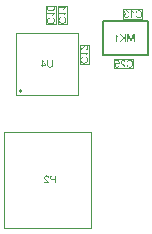
<source format=gbr>
%TF.GenerationSoftware,Altium Limited,Altium Designer,20.1.11 (218)*%
G04 Layer_Color=16711935*
%FSLAX26Y26*%
%MOIN*%
%TF.SameCoordinates,F1652399-7491-40A6-9504-01A14B245E9D*%
%TF.FilePolarity,Positive*%
%TF.FileFunction,Other,AssemBOT*%
%TF.Part,Single*%
G01*
G75*
%TA.AperFunction,NonConductor*%
%ADD79C,0.007874*%
%ADD80C,0.003937*%
%ADD123C,0.001968*%
G36*
X649066Y760679D02*
X649467Y760097D01*
X649940Y759514D01*
X650377Y759005D01*
X650814Y758568D01*
X651141Y758204D01*
X651287Y758095D01*
X651396Y757986D01*
X651432Y757949D01*
X651469Y757913D01*
X652233Y757294D01*
X652998Y756712D01*
X653726Y756202D01*
X654454Y755802D01*
X655072Y755438D01*
X655327Y755292D01*
X655546Y755183D01*
X655728Y755074D01*
X655873Y755037D01*
X655946Y754964D01*
X655982D01*
Y751980D01*
X655436Y752198D01*
X654890Y752453D01*
X654344Y752708D01*
X653835Y752962D01*
X653398Y753181D01*
X653034Y753363D01*
X652816Y753508D01*
X652779Y753545D01*
X652743D01*
X652088Y753945D01*
X651505Y754346D01*
X650996Y754710D01*
X650595Y755037D01*
X650231Y755292D01*
X650013Y755510D01*
X649831Y755656D01*
X649794Y755692D01*
Y736000D01*
X646700D01*
Y761298D01*
X648702D01*
X649066Y760679D01*
D02*
G37*
G36*
X680698Y736000D02*
X677349D01*
Y744736D01*
X673236Y748704D01*
X664282Y736000D01*
X659877D01*
X670906Y750960D01*
X660350Y761189D01*
X664900D01*
X677349Y748667D01*
Y761189D01*
X680698D01*
Y736000D01*
D02*
G37*
G36*
X710000D02*
X706797D01*
Y757440D01*
X699517Y736000D01*
X696532D01*
X689179Y757076D01*
Y736000D01*
X685976D01*
Y761189D01*
X690453D01*
X696496Y743644D01*
X696823Y742698D01*
X697078Y741897D01*
X697333Y741205D01*
X697515Y740623D01*
X697660Y740186D01*
X697770Y739858D01*
X697806Y739676D01*
X697842Y739604D01*
X697988Y740113D01*
X698170Y740696D01*
X698388Y741314D01*
X698570Y741933D01*
X698752Y742479D01*
X698898Y742916D01*
X698971Y743098D01*
X699007Y743207D01*
X699044Y743280D01*
Y743316D01*
X705013Y761189D01*
X710000D01*
Y736000D01*
D02*
G37*
G36*
X437999Y661872D02*
Y661144D01*
X437963Y660452D01*
X437926Y659797D01*
X437854Y659178D01*
X437781Y658632D01*
X437708Y658123D01*
X437599Y657650D01*
X437526Y657213D01*
X437453Y656812D01*
X437344Y656485D01*
X437271Y656194D01*
X437198Y655975D01*
X437126Y655793D01*
X437089Y655648D01*
X437053Y655575D01*
Y655538D01*
X436652Y654738D01*
X436143Y654010D01*
X435633Y653427D01*
X435087Y652918D01*
X434614Y652517D01*
X434214Y652226D01*
X434068Y652153D01*
X433959Y652080D01*
X433886Y652008D01*
X433850D01*
X432940Y651607D01*
X431993Y651316D01*
X431010Y651098D01*
X430100Y650952D01*
X429700Y650916D01*
X429300Y650879D01*
X428936Y650843D01*
X428644D01*
X428390Y650806D01*
X428062D01*
X426752Y650879D01*
X426169Y650952D01*
X425623Y651025D01*
X425077Y651134D01*
X424604Y651243D01*
X424167Y651352D01*
X423767Y651498D01*
X423403Y651644D01*
X423112Y651753D01*
X422820Y651862D01*
X422602Y651971D01*
X422420Y652080D01*
X422311Y652117D01*
X422238Y652190D01*
X422202D01*
X421401Y652736D01*
X420746Y653354D01*
X420236Y653937D01*
X419799Y654519D01*
X419472Y655029D01*
X419253Y655429D01*
X419180Y655575D01*
X419108Y655684D01*
X419071Y655757D01*
Y655793D01*
X418926Y656230D01*
X418780Y656703D01*
X418562Y657686D01*
X418416Y658705D01*
X418307Y659688D01*
X418270Y660125D01*
X418234Y660562D01*
Y660926D01*
X418198Y661253D01*
Y661508D01*
Y661690D01*
Y661836D01*
Y661872D01*
Y676432D01*
X421546D01*
Y661872D01*
Y661035D01*
X421619Y660234D01*
X421692Y659542D01*
X421801Y658887D01*
X421910Y658305D01*
X422056Y657759D01*
X422165Y657286D01*
X422311Y656885D01*
X422456Y656558D01*
X422602Y656230D01*
X422748Y656012D01*
X422857Y655793D01*
X422966Y655648D01*
X423039Y655538D01*
X423075Y655502D01*
X423112Y655466D01*
X423439Y655174D01*
X423803Y654920D01*
X424604Y654519D01*
X425441Y654228D01*
X426315Y654046D01*
X427116Y653900D01*
X427443Y653864D01*
X427771D01*
X427989Y653828D01*
X428353D01*
X429118Y653864D01*
X429809Y653973D01*
X430464Y654082D01*
X430974Y654264D01*
X431411Y654410D01*
X431738Y654519D01*
X431920Y654628D01*
X431993Y654665D01*
X432503Y654992D01*
X432940Y655393D01*
X433304Y655793D01*
X433558Y656157D01*
X433777Y656521D01*
X433959Y656776D01*
X434032Y656958D01*
X434068Y657031D01*
X434177Y657358D01*
X434250Y657686D01*
X434396Y658450D01*
X434505Y659251D01*
X434578Y660052D01*
X434614Y660744D01*
Y661071D01*
X434650Y661326D01*
Y661544D01*
Y661726D01*
Y661836D01*
Y661872D01*
Y676432D01*
X437999D01*
Y661872D01*
D02*
G37*
G36*
X414958Y660125D02*
Y657286D01*
X404002D01*
Y651243D01*
X400908D01*
Y657286D01*
X397486D01*
Y660125D01*
X400908D01*
Y676432D01*
X403419D01*
X414958Y660125D01*
D02*
G37*
G36*
X481874Y851282D02*
X481255Y850918D01*
X480672Y850518D01*
X480090Y850045D01*
X479580Y849608D01*
X479144Y849171D01*
X478780Y848843D01*
X478670Y848698D01*
X478561Y848589D01*
X478525Y848552D01*
X478488Y848516D01*
X477870Y847751D01*
X477287Y846987D01*
X476778Y846259D01*
X476377Y845531D01*
X476013Y844912D01*
X475868Y844657D01*
X475758Y844439D01*
X475649Y844257D01*
X475613Y844111D01*
X475540Y844039D01*
Y844002D01*
X472555D01*
X472774Y844548D01*
X473028Y845094D01*
X473283Y845640D01*
X473538Y846150D01*
X473756Y846587D01*
X473938Y846951D01*
X474084Y847169D01*
X474120Y847205D01*
Y847242D01*
X474521Y847897D01*
X474921Y848479D01*
X475285Y848989D01*
X475613Y849389D01*
X475868Y849753D01*
X476086Y849972D01*
X476232Y850154D01*
X476268Y850190D01*
X456576D01*
Y853284D01*
X481874D01*
Y851282D01*
D02*
G37*
G36*
Y831699D02*
X481255Y831335D01*
X480672Y830935D01*
X480090Y830461D01*
X479580Y830025D01*
X479144Y829588D01*
X478780Y829260D01*
X478670Y829115D01*
X478561Y829005D01*
X478525Y828969D01*
X478488Y828933D01*
X477870Y828168D01*
X477287Y827404D01*
X476778Y826676D01*
X476377Y825948D01*
X476013Y825329D01*
X475868Y825074D01*
X475758Y824856D01*
X475649Y824674D01*
X475613Y824528D01*
X475540Y824455D01*
Y824419D01*
X472555D01*
X472774Y824965D01*
X473028Y825511D01*
X473283Y826057D01*
X473538Y826567D01*
X473756Y827003D01*
X473938Y827367D01*
X474084Y827586D01*
X474120Y827622D01*
Y827659D01*
X474521Y828314D01*
X474921Y828896D01*
X475285Y829406D01*
X475613Y829806D01*
X475868Y830170D01*
X476086Y830389D01*
X476232Y830571D01*
X476268Y830607D01*
X456576D01*
Y833701D01*
X481874D01*
Y831699D01*
D02*
G37*
G36*
X465384Y815865D02*
X464802Y815719D01*
X464256Y815537D01*
X463746Y815355D01*
X463273Y815173D01*
X462836Y814955D01*
X462472Y814737D01*
X462108Y814482D01*
X461781Y814263D01*
X461490Y814081D01*
X461271Y813863D01*
X461053Y813681D01*
X460871Y813535D01*
X460762Y813390D01*
X460652Y813281D01*
X460616Y813244D01*
X460580Y813208D01*
X460288Y812844D01*
X460070Y812443D01*
X459670Y811643D01*
X459378Y810878D01*
X459196Y810114D01*
X459051Y809459D01*
X459014Y809204D01*
Y808949D01*
X458978Y808731D01*
Y808476D01*
X459014Y807639D01*
X459160Y806838D01*
X459342Y806110D01*
X459560Y805455D01*
X459779Y804945D01*
X459888Y804727D01*
X459961Y804545D01*
X460034Y804399D01*
X460106Y804290D01*
X460143Y804217D01*
Y804181D01*
X460652Y803489D01*
X461198Y802907D01*
X461817Y802397D01*
X462400Y801997D01*
X462909Y801669D01*
X463346Y801451D01*
X463528Y801378D01*
X463637Y801305D01*
X463710Y801269D01*
X463746D01*
X464693Y800977D01*
X465639Y800759D01*
X466586Y800577D01*
X467459Y800468D01*
X467860Y800431D01*
X468224Y800395D01*
X468551D01*
X468806Y800359D01*
X469024D01*
X469206D01*
X469316D01*
X469352D01*
X470298Y800395D01*
X471172Y800468D01*
X471973Y800613D01*
X472701Y800759D01*
X473320Y800868D01*
X473574Y800941D01*
X473793Y801014D01*
X473975Y801050D01*
X474084Y801087D01*
X474157Y801123D01*
X474193D01*
X475030Y801487D01*
X475795Y801887D01*
X476414Y802324D01*
X476960Y802797D01*
X477396Y803198D01*
X477688Y803525D01*
X477870Y803780D01*
X477942Y803817D01*
Y803853D01*
X478416Y804617D01*
X478780Y805455D01*
X479034Y806255D01*
X479180Y807020D01*
X479289Y807711D01*
X479326Y808003D01*
Y808257D01*
X479362Y808439D01*
Y808731D01*
X479326Y809641D01*
X479180Y810478D01*
X478962Y811169D01*
X478743Y811788D01*
X478488Y812261D01*
X478306Y812625D01*
X478161Y812844D01*
X478088Y812917D01*
X477542Y813499D01*
X476923Y814045D01*
X476268Y814482D01*
X475613Y814846D01*
X475030Y815137D01*
X474739Y815246D01*
X474521Y815319D01*
X474339Y815392D01*
X474193Y815465D01*
X474120Y815501D01*
X474084D01*
X474848Y818777D01*
X475504Y818559D01*
X476086Y818340D01*
X476632Y818049D01*
X477178Y817794D01*
X477651Y817503D01*
X478088Y817175D01*
X478525Y816884D01*
X478889Y816593D01*
X479180Y816302D01*
X479471Y816047D01*
X479726Y815792D01*
X479908Y815610D01*
X480090Y815428D01*
X480199Y815283D01*
X480236Y815210D01*
X480272Y815173D01*
X480600Y814664D01*
X480927Y814154D01*
X481182Y813645D01*
X481400Y813099D01*
X481728Y812007D01*
X481946Y811024D01*
X482056Y810551D01*
X482092Y810150D01*
X482128Y809750D01*
X482165Y809422D01*
X482201Y809167D01*
Y808803D01*
X482128Y807602D01*
X481946Y806437D01*
X481728Y805418D01*
X481582Y804945D01*
X481437Y804508D01*
X481291Y804108D01*
X481146Y803744D01*
X481036Y803453D01*
X480927Y803161D01*
X480818Y802979D01*
X480745Y802834D01*
X480709Y802725D01*
X480672Y802688D01*
X480054Y801705D01*
X479326Y800868D01*
X478598Y800140D01*
X477870Y799521D01*
X477214Y799048D01*
X476923Y798866D01*
X476668Y798721D01*
X476486Y798575D01*
X476341Y798502D01*
X476232Y798466D01*
X476195Y798429D01*
X475067Y797920D01*
X473902Y797556D01*
X472737Y797301D01*
X471682Y797119D01*
X471208Y797046D01*
X470735Y797010D01*
X470371Y796973D01*
X470007D01*
X469752Y796937D01*
X469534D01*
X469388D01*
X469352D01*
X468042Y797010D01*
X466768Y797155D01*
X465639Y797337D01*
X465093Y797483D01*
X464620Y797592D01*
X464183Y797701D01*
X463783Y797847D01*
X463419Y797956D01*
X463128Y798029D01*
X462909Y798138D01*
X462727Y798175D01*
X462618Y798247D01*
X462582D01*
X461490Y798793D01*
X460507Y799412D01*
X459670Y800067D01*
X459342Y800395D01*
X459014Y800686D01*
X458723Y800977D01*
X458468Y801269D01*
X458250Y801523D01*
X458104Y801742D01*
X457959Y801887D01*
X457850Y802033D01*
X457813Y802106D01*
X457777Y802142D01*
X457486Y802652D01*
X457231Y803161D01*
X456830Y804253D01*
X456539Y805345D01*
X456357Y806401D01*
X456284Y806911D01*
X456212Y807347D01*
X456175Y807748D01*
Y808075D01*
X456139Y808367D01*
Y808767D01*
X456175Y809495D01*
X456248Y810187D01*
X456321Y810842D01*
X456466Y811461D01*
X456648Y812043D01*
X456830Y812589D01*
X457012Y813099D01*
X457231Y813572D01*
X457413Y813972D01*
X457595Y814373D01*
X457777Y814664D01*
X457959Y814955D01*
X458104Y815137D01*
X458177Y815319D01*
X458250Y815392D01*
X458286Y815428D01*
X458723Y815938D01*
X459160Y816375D01*
X459670Y816775D01*
X460179Y817175D01*
X461198Y817831D01*
X462218Y818340D01*
X462691Y818559D01*
X463128Y818741D01*
X463528Y818886D01*
X463856Y818995D01*
X464147Y819105D01*
X464365Y819177D01*
X464511Y819214D01*
X464547D01*
X465384Y815865D01*
D02*
G37*
G36*
X432335Y856053D02*
X432917D01*
X433500Y856016D01*
X434009Y855943D01*
X434519Y855907D01*
X434956Y855871D01*
X435356Y855798D01*
X435720Y855761D01*
X436048Y855689D01*
X436302Y855652D01*
X436521Y855616D01*
X436703Y855579D01*
X436812Y855543D01*
X436885Y855507D01*
X436921D01*
X437722Y855288D01*
X438450Y855033D01*
X439069Y854742D01*
X439615Y854524D01*
X440088Y854269D01*
X440416Y854123D01*
X440598Y853978D01*
X440670Y853941D01*
X441216Y853541D01*
X441690Y853141D01*
X442090Y852704D01*
X442454Y852303D01*
X442709Y851939D01*
X442891Y851648D01*
X443000Y851466D01*
X443036Y851430D01*
Y851393D01*
X443328Y850811D01*
X443510Y850192D01*
X443655Y849610D01*
X443764Y849064D01*
X443837Y848591D01*
X443874Y848190D01*
Y847863D01*
X443801Y846880D01*
X443655Y845970D01*
X443400Y845205D01*
X443146Y844550D01*
X442854Y844004D01*
X442745Y843786D01*
X442600Y843604D01*
X442527Y843458D01*
X442454Y843349D01*
X442381Y843313D01*
Y843276D01*
X441799Y842621D01*
X441107Y842075D01*
X440416Y841602D01*
X439760Y841238D01*
X439142Y840947D01*
X438887Y840801D01*
X438632Y840728D01*
X438450Y840655D01*
X438304Y840583D01*
X438232Y840546D01*
X438195D01*
X437649Y840401D01*
X437103Y840255D01*
X435902Y840037D01*
X434701Y839855D01*
X433572Y839745D01*
X433026Y839709D01*
X432553Y839673D01*
X432116D01*
X431716Y839636D01*
X431425D01*
X431170D01*
X431024D01*
X430988D01*
X429714Y839673D01*
X428513Y839745D01*
X427421Y839855D01*
X426402Y840037D01*
X425455Y840219D01*
X424618Y840437D01*
X423854Y840655D01*
X423198Y840874D01*
X422616Y841092D01*
X422106Y841347D01*
X421670Y841529D01*
X421342Y841711D01*
X421051Y841893D01*
X420869Y842002D01*
X420760Y842075D01*
X420723Y842111D01*
X420286Y842512D01*
X419886Y842949D01*
X419522Y843422D01*
X419231Y843895D01*
X418976Y844368D01*
X418758Y844841D01*
X418612Y845315D01*
X418466Y845751D01*
X418357Y846188D01*
X418284Y846589D01*
X418212Y846953D01*
X418175Y847244D01*
X418139Y847499D01*
Y847863D01*
X418212Y848845D01*
X418357Y849755D01*
X418612Y850520D01*
X418867Y851175D01*
X419122Y851721D01*
X419267Y851903D01*
X419376Y852085D01*
X419449Y852231D01*
X419522Y852340D01*
X419595Y852376D01*
Y852413D01*
X420214Y853068D01*
X420869Y853614D01*
X421597Y854087D01*
X422252Y854451D01*
X422871Y854742D01*
X423126Y854888D01*
X423380Y854961D01*
X423562Y855033D01*
X423708Y855106D01*
X423781Y855143D01*
X423817D01*
X424363Y855325D01*
X424909Y855470D01*
X426074Y855689D01*
X427275Y855871D01*
X428440Y855980D01*
X428950Y856016D01*
X429423Y856053D01*
X429860D01*
X430260Y856089D01*
X430551D01*
X430806D01*
X430952D01*
X430988D01*
X431680D01*
X432335Y856053D01*
D02*
G37*
G36*
X443874Y829699D02*
X443255Y829335D01*
X442672Y828935D01*
X442090Y828461D01*
X441580Y828025D01*
X441144Y827588D01*
X440780Y827260D01*
X440670Y827115D01*
X440561Y827005D01*
X440525Y826969D01*
X440488Y826933D01*
X439870Y826168D01*
X439287Y825404D01*
X438778Y824676D01*
X438377Y823948D01*
X438013Y823329D01*
X437868Y823074D01*
X437758Y822856D01*
X437649Y822674D01*
X437613Y822528D01*
X437540Y822455D01*
Y822419D01*
X434555D01*
X434774Y822965D01*
X435028Y823511D01*
X435283Y824057D01*
X435538Y824567D01*
X435756Y825003D01*
X435938Y825367D01*
X436084Y825586D01*
X436120Y825622D01*
Y825659D01*
X436521Y826314D01*
X436921Y826896D01*
X437285Y827406D01*
X437613Y827806D01*
X437868Y828170D01*
X438086Y828389D01*
X438232Y828571D01*
X438268Y828607D01*
X418576D01*
Y831701D01*
X443874D01*
Y829699D01*
D02*
G37*
G36*
X427384Y813865D02*
X426802Y813719D01*
X426256Y813537D01*
X425746Y813355D01*
X425273Y813173D01*
X424836Y812955D01*
X424472Y812737D01*
X424108Y812482D01*
X423781Y812263D01*
X423490Y812081D01*
X423271Y811863D01*
X423053Y811681D01*
X422871Y811535D01*
X422762Y811390D01*
X422652Y811281D01*
X422616Y811244D01*
X422580Y811208D01*
X422288Y810844D01*
X422070Y810443D01*
X421670Y809643D01*
X421378Y808878D01*
X421196Y808114D01*
X421051Y807459D01*
X421014Y807204D01*
Y806949D01*
X420978Y806731D01*
Y806476D01*
X421014Y805639D01*
X421160Y804838D01*
X421342Y804110D01*
X421560Y803455D01*
X421779Y802945D01*
X421888Y802727D01*
X421961Y802545D01*
X422034Y802399D01*
X422106Y802290D01*
X422143Y802217D01*
Y802181D01*
X422652Y801489D01*
X423198Y800907D01*
X423817Y800397D01*
X424400Y799997D01*
X424909Y799669D01*
X425346Y799451D01*
X425528Y799378D01*
X425637Y799305D01*
X425710Y799269D01*
X425746D01*
X426693Y798977D01*
X427639Y798759D01*
X428586Y798577D01*
X429459Y798468D01*
X429860Y798431D01*
X430224Y798395D01*
X430551D01*
X430806Y798359D01*
X431024D01*
X431206D01*
X431316D01*
X431352D01*
X432298Y798395D01*
X433172Y798468D01*
X433973Y798613D01*
X434701Y798759D01*
X435320Y798868D01*
X435574Y798941D01*
X435793Y799014D01*
X435975Y799050D01*
X436084Y799087D01*
X436157Y799123D01*
X436193D01*
X437030Y799487D01*
X437795Y799887D01*
X438414Y800324D01*
X438960Y800797D01*
X439396Y801198D01*
X439688Y801525D01*
X439870Y801780D01*
X439942Y801817D01*
Y801853D01*
X440416Y802617D01*
X440780Y803455D01*
X441034Y804255D01*
X441180Y805020D01*
X441289Y805711D01*
X441326Y806003D01*
Y806257D01*
X441362Y806439D01*
Y806731D01*
X441326Y807641D01*
X441180Y808478D01*
X440962Y809169D01*
X440743Y809788D01*
X440488Y810261D01*
X440306Y810625D01*
X440161Y810844D01*
X440088Y810917D01*
X439542Y811499D01*
X438923Y812045D01*
X438268Y812482D01*
X437613Y812846D01*
X437030Y813137D01*
X436739Y813246D01*
X436521Y813319D01*
X436339Y813392D01*
X436193Y813465D01*
X436120Y813501D01*
X436084D01*
X436848Y816777D01*
X437504Y816559D01*
X438086Y816340D01*
X438632Y816049D01*
X439178Y815794D01*
X439651Y815503D01*
X440088Y815175D01*
X440525Y814884D01*
X440889Y814593D01*
X441180Y814302D01*
X441471Y814047D01*
X441726Y813792D01*
X441908Y813610D01*
X442090Y813428D01*
X442199Y813283D01*
X442236Y813210D01*
X442272Y813173D01*
X442600Y812664D01*
X442927Y812154D01*
X443182Y811645D01*
X443400Y811099D01*
X443728Y810007D01*
X443946Y809024D01*
X444056Y808551D01*
X444092Y808150D01*
X444128Y807750D01*
X444165Y807422D01*
X444201Y807167D01*
Y806803D01*
X444128Y805602D01*
X443946Y804437D01*
X443728Y803418D01*
X443582Y802945D01*
X443437Y802508D01*
X443291Y802108D01*
X443146Y801744D01*
X443036Y801453D01*
X442927Y801161D01*
X442818Y800979D01*
X442745Y800834D01*
X442709Y800725D01*
X442672Y800688D01*
X442054Y799705D01*
X441326Y798868D01*
X440598Y798140D01*
X439870Y797521D01*
X439214Y797048D01*
X438923Y796866D01*
X438668Y796721D01*
X438486Y796575D01*
X438341Y796502D01*
X438232Y796466D01*
X438195Y796429D01*
X437067Y795920D01*
X435902Y795556D01*
X434737Y795301D01*
X433682Y795119D01*
X433208Y795046D01*
X432735Y795010D01*
X432371Y794973D01*
X432007D01*
X431752Y794937D01*
X431534D01*
X431388D01*
X431352D01*
X430042Y795010D01*
X428768Y795155D01*
X427639Y795337D01*
X427093Y795483D01*
X426620Y795592D01*
X426183Y795701D01*
X425783Y795847D01*
X425419Y795956D01*
X425128Y796029D01*
X424909Y796138D01*
X424727Y796175D01*
X424618Y796247D01*
X424582D01*
X423490Y796793D01*
X422507Y797412D01*
X421670Y798067D01*
X421342Y798395D01*
X421014Y798686D01*
X420723Y798977D01*
X420468Y799269D01*
X420250Y799523D01*
X420104Y799742D01*
X419959Y799887D01*
X419850Y800033D01*
X419813Y800106D01*
X419777Y800142D01*
X419486Y800652D01*
X419231Y801161D01*
X418830Y802253D01*
X418539Y803345D01*
X418357Y804401D01*
X418284Y804911D01*
X418212Y805347D01*
X418175Y805748D01*
Y806075D01*
X418139Y806367D01*
Y806767D01*
X418175Y807495D01*
X418248Y808187D01*
X418321Y808842D01*
X418466Y809461D01*
X418648Y810043D01*
X418830Y810589D01*
X419012Y811099D01*
X419231Y811572D01*
X419413Y811972D01*
X419595Y812373D01*
X419777Y812664D01*
X419959Y812955D01*
X420104Y813137D01*
X420177Y813319D01*
X420250Y813392D01*
X420286Y813428D01*
X420723Y813938D01*
X421160Y814375D01*
X421670Y814775D01*
X422179Y815175D01*
X423198Y815831D01*
X424218Y816340D01*
X424691Y816559D01*
X425128Y816741D01*
X425528Y816886D01*
X425856Y816995D01*
X426147Y817105D01*
X426365Y817177D01*
X426511Y817214D01*
X426547D01*
X427384Y813865D01*
D02*
G37*
G36*
X672204Y676262D02*
X672822Y676225D01*
X673405Y676116D01*
X673951Y676007D01*
X674460Y675861D01*
X674934Y675716D01*
X675370Y675534D01*
X675771Y675352D01*
X676135Y675170D01*
X676426Y674988D01*
X676681Y674842D01*
X676899Y674696D01*
X677081Y674587D01*
X677190Y674478D01*
X677263Y674442D01*
X677300Y674405D01*
X677664Y674041D01*
X677991Y673641D01*
X678319Y673204D01*
X678574Y672767D01*
X679010Y671894D01*
X679302Y671020D01*
X679411Y670620D01*
X679520Y670219D01*
X679593Y669892D01*
X679666Y669600D01*
X679702Y669346D01*
Y669164D01*
X679738Y669054D01*
Y669018D01*
X676572Y668690D01*
X676499Y669528D01*
X676353Y670256D01*
X676135Y670911D01*
X675880Y671420D01*
X675662Y671857D01*
X675443Y672148D01*
X675298Y672330D01*
X675225Y672403D01*
X674679Y672840D01*
X674096Y673168D01*
X673478Y673422D01*
X672932Y673568D01*
X672422Y673677D01*
X671985Y673714D01*
X671840Y673750D01*
X671621D01*
X670857Y673714D01*
X670165Y673568D01*
X669583Y673350D01*
X669073Y673131D01*
X668673Y672876D01*
X668418Y672694D01*
X668236Y672549D01*
X668163Y672476D01*
X667726Y671966D01*
X667399Y671457D01*
X667144Y670947D01*
X666998Y670438D01*
X666889Y670037D01*
X666853Y669673D01*
X666816Y669455D01*
Y669418D01*
Y669382D01*
X666889Y668727D01*
X667035Y668035D01*
X667290Y667416D01*
X667544Y666834D01*
X667836Y666361D01*
X668090Y665960D01*
X668163Y665815D01*
X668236Y665706D01*
X668309Y665669D01*
Y665633D01*
X668600Y665232D01*
X668964Y664832D01*
X669364Y664395D01*
X669801Y663958D01*
X670711Y663085D01*
X671621Y662211D01*
X672094Y661811D01*
X672495Y661447D01*
X672895Y661119D01*
X673223Y660828D01*
X673478Y660610D01*
X673696Y660428D01*
X673842Y660318D01*
X673878Y660282D01*
X674788Y659518D01*
X675625Y658790D01*
X676317Y658134D01*
X676863Y657588D01*
X677336Y657115D01*
X677664Y656788D01*
X677846Y656569D01*
X677918Y656533D01*
Y656496D01*
X678428Y655878D01*
X678828Y655295D01*
X679192Y654713D01*
X679484Y654203D01*
X679702Y653766D01*
X679848Y653439D01*
X679920Y653220D01*
X679957Y653184D01*
Y653148D01*
X680102Y652747D01*
X680175Y652383D01*
X680248Y652019D01*
X680284Y651692D01*
X680321Y651400D01*
Y651182D01*
Y651036D01*
Y651000D01*
X663613D01*
Y653985D01*
X676026D01*
X675589Y654604D01*
X675370Y654858D01*
X675188Y655113D01*
X675006Y655332D01*
X674861Y655477D01*
X674752Y655586D01*
X674715Y655623D01*
X674533Y655805D01*
X674315Y655987D01*
X673805Y656460D01*
X673223Y657006D01*
X672604Y657552D01*
X672022Y658025D01*
X671767Y658244D01*
X671548Y658462D01*
X671366Y658608D01*
X671221Y658717D01*
X671148Y658790D01*
X671112Y658826D01*
X670529Y659336D01*
X669947Y659809D01*
X669437Y660282D01*
X668964Y660682D01*
X668527Y661083D01*
X668163Y661447D01*
X667799Y661774D01*
X667508Y662066D01*
X667217Y662357D01*
X666998Y662575D01*
X666816Y662757D01*
X666634Y662939D01*
X666452Y663158D01*
X666380Y663230D01*
X665870Y663849D01*
X665433Y664395D01*
X665069Y664941D01*
X664778Y665378D01*
X664560Y665778D01*
X664414Y666070D01*
X664341Y666252D01*
X664305Y666324D01*
X664086Y666870D01*
X663941Y667416D01*
X663795Y667926D01*
X663722Y668363D01*
X663686Y668763D01*
X663650Y669054D01*
Y669236D01*
Y669309D01*
X663686Y669855D01*
X663759Y670365D01*
X663832Y670874D01*
X663977Y671311D01*
X664341Y672185D01*
X664705Y672876D01*
X664924Y673204D01*
X665106Y673459D01*
X665288Y673714D01*
X665470Y673896D01*
X665615Y674041D01*
X665688Y674187D01*
X665761Y674223D01*
X665797Y674260D01*
X666198Y674624D01*
X666634Y674951D01*
X667108Y675206D01*
X667581Y675424D01*
X668527Y675788D01*
X669474Y676043D01*
X669874Y676116D01*
X670274Y676189D01*
X670638Y676225D01*
X670930Y676262D01*
X671184Y676298D01*
X671548D01*
X672204Y676262D01*
D02*
G37*
G36*
X659755Y662903D02*
X656843Y662502D01*
X656588Y662903D01*
X656260Y663230D01*
X655969Y663558D01*
X655678Y663813D01*
X655387Y663995D01*
X655168Y664177D01*
X655023Y664250D01*
X654986Y664286D01*
X654513Y664504D01*
X654040Y664686D01*
X653603Y664796D01*
X653166Y664905D01*
X652802Y664941D01*
X652511Y664978D01*
X651820D01*
X651383Y664905D01*
X650618Y664723D01*
X649963Y664468D01*
X649381Y664213D01*
X648944Y663922D01*
X648616Y663667D01*
X648434Y663485D01*
X648362Y663449D01*
Y663412D01*
X647852Y662794D01*
X647488Y662138D01*
X647233Y661447D01*
X647051Y660755D01*
X646942Y660173D01*
X646906Y659918D01*
Y659700D01*
X646869Y659518D01*
Y659372D01*
Y659299D01*
Y659263D01*
Y658753D01*
X646942Y658280D01*
X647124Y657370D01*
X647379Y656606D01*
X647634Y655987D01*
X647925Y655477D01*
X648180Y655077D01*
X648289Y654968D01*
X648362Y654858D01*
X648398Y654822D01*
X648434Y654786D01*
X648726Y654494D01*
X649017Y654240D01*
X649672Y653803D01*
X650291Y653512D01*
X650910Y653330D01*
X651419Y653184D01*
X651856Y653148D01*
X652002Y653111D01*
X652220D01*
X652912Y653148D01*
X653530Y653293D01*
X654076Y653475D01*
X654513Y653694D01*
X654914Y653912D01*
X655205Y654094D01*
X655350Y654240D01*
X655423Y654276D01*
X655860Y654786D01*
X656224Y655332D01*
X656515Y655950D01*
X656734Y656496D01*
X656879Y657042D01*
X656988Y657443D01*
X657025Y657625D01*
X657061Y657734D01*
Y657807D01*
Y657843D01*
X660301Y657588D01*
X660228Y657006D01*
X660119Y656460D01*
X659791Y655441D01*
X659391Y654567D01*
X659172Y654167D01*
X658954Y653839D01*
X658772Y653512D01*
X658554Y653220D01*
X658372Y653002D01*
X658190Y652820D01*
X658044Y652674D01*
X657971Y652529D01*
X657898Y652492D01*
X657862Y652456D01*
X657425Y652128D01*
X656988Y651837D01*
X656515Y651582D01*
X656042Y651364D01*
X655132Y651036D01*
X654222Y650818D01*
X653822Y650709D01*
X653421Y650672D01*
X653094Y650636D01*
X652802Y650600D01*
X652548Y650563D01*
X652220D01*
X651456Y650600D01*
X650728Y650709D01*
X650036Y650854D01*
X649417Y651036D01*
X648835Y651291D01*
X648289Y651546D01*
X647779Y651801D01*
X647342Y652092D01*
X646942Y652383D01*
X646578Y652638D01*
X646287Y652929D01*
X646032Y653148D01*
X645850Y653330D01*
X645704Y653475D01*
X645632Y653584D01*
X645595Y653621D01*
X645231Y654094D01*
X644940Y654604D01*
X644649Y655077D01*
X644430Y655586D01*
X644066Y656569D01*
X643848Y657516D01*
X643775Y657916D01*
X643702Y658316D01*
X643666Y658644D01*
X643630Y658935D01*
X643593Y659190D01*
Y659372D01*
Y659481D01*
Y659518D01*
X643630Y660173D01*
X643702Y660792D01*
X643812Y661410D01*
X643957Y661956D01*
X644139Y662466D01*
X644321Y662976D01*
X644540Y663412D01*
X644722Y663813D01*
X644940Y664177D01*
X645158Y664504D01*
X645340Y664759D01*
X645522Y665014D01*
X645668Y665196D01*
X645777Y665305D01*
X645850Y665378D01*
X645886Y665414D01*
X646323Y665815D01*
X646760Y666179D01*
X647233Y666470D01*
X647706Y666725D01*
X648180Y666980D01*
X648653Y667162D01*
X649526Y667416D01*
X649927Y667526D01*
X650291Y667598D01*
X650618Y667635D01*
X650910Y667671D01*
X651128Y667708D01*
X651929D01*
X652366Y667635D01*
X653239Y667453D01*
X654040Y667198D01*
X654768Y666907D01*
X655350Y666616D01*
X655605Y666470D01*
X655824Y666361D01*
X656006Y666252D01*
X656115Y666179D01*
X656188Y666142D01*
X656224Y666106D01*
X654877Y672913D01*
X644794D01*
Y675861D01*
X657316D01*
X659755Y662903D01*
D02*
G37*
G36*
X694335Y676553D02*
X695500Y676371D01*
X696519Y676152D01*
X696992Y676007D01*
X697429Y675861D01*
X697829Y675716D01*
X698193Y675570D01*
X698484Y675461D01*
X698776Y675352D01*
X698958Y675242D01*
X699103Y675170D01*
X699212Y675133D01*
X699249Y675097D01*
X700232Y674478D01*
X701069Y673750D01*
X701797Y673022D01*
X702416Y672294D01*
X702889Y671639D01*
X703071Y671348D01*
X703216Y671093D01*
X703362Y670911D01*
X703435Y670765D01*
X703471Y670656D01*
X703508Y670620D01*
X704017Y669491D01*
X704381Y668326D01*
X704636Y667162D01*
X704818Y666106D01*
X704891Y665633D01*
X704927Y665160D01*
X704964Y664796D01*
Y664432D01*
X705000Y664177D01*
Y663958D01*
Y663813D01*
Y663776D01*
X704927Y662466D01*
X704782Y661192D01*
X704600Y660064D01*
X704454Y659518D01*
X704345Y659044D01*
X704236Y658608D01*
X704090Y658207D01*
X703981Y657843D01*
X703908Y657552D01*
X703799Y657334D01*
X703762Y657152D01*
X703690Y657042D01*
Y657006D01*
X703144Y655914D01*
X702525Y654931D01*
X701870Y654094D01*
X701542Y653766D01*
X701251Y653439D01*
X700960Y653148D01*
X700668Y652893D01*
X700414Y652674D01*
X700195Y652529D01*
X700050Y652383D01*
X699904Y652274D01*
X699831Y652238D01*
X699795Y652201D01*
X699285Y651910D01*
X698776Y651655D01*
X697684Y651255D01*
X696592Y650964D01*
X695536Y650782D01*
X695026Y650709D01*
X694590Y650636D01*
X694189Y650600D01*
X693862D01*
X693570Y650563D01*
X693170D01*
X692442Y650600D01*
X691750Y650672D01*
X691095Y650745D01*
X690476Y650891D01*
X689894Y651073D01*
X689348Y651255D01*
X688838Y651437D01*
X688365Y651655D01*
X687965Y651837D01*
X687564Y652019D01*
X687273Y652201D01*
X686982Y652383D01*
X686800Y652529D01*
X686618Y652602D01*
X686545Y652674D01*
X686509Y652711D01*
X685999Y653148D01*
X685562Y653584D01*
X685162Y654094D01*
X684762Y654604D01*
X684106Y655623D01*
X683597Y656642D01*
X683378Y657115D01*
X683196Y657552D01*
X683051Y657952D01*
X682942Y658280D01*
X682832Y658571D01*
X682760Y658790D01*
X682723Y658935D01*
Y658972D01*
X686072Y659809D01*
X686218Y659226D01*
X686400Y658680D01*
X686582Y658171D01*
X686764Y657698D01*
X686982Y657261D01*
X687200Y656897D01*
X687455Y656533D01*
X687674Y656205D01*
X687856Y655914D01*
X688074Y655696D01*
X688256Y655477D01*
X688402Y655295D01*
X688547Y655186D01*
X688656Y655077D01*
X688693Y655040D01*
X688729Y655004D01*
X689093Y654713D01*
X689494Y654494D01*
X690294Y654094D01*
X691059Y653803D01*
X691823Y653621D01*
X692478Y653475D01*
X692733Y653439D01*
X692988D01*
X693206Y653402D01*
X693461D01*
X694298Y653439D01*
X695099Y653584D01*
X695827Y653766D01*
X696482Y653985D01*
X696992Y654203D01*
X697210Y654312D01*
X697392Y654385D01*
X697538Y654458D01*
X697647Y654531D01*
X697720Y654567D01*
X697756D01*
X698448Y655077D01*
X699030Y655623D01*
X699540Y656242D01*
X699940Y656824D01*
X700268Y657334D01*
X700486Y657770D01*
X700559Y657952D01*
X700632Y658062D01*
X700668Y658134D01*
Y658171D01*
X700960Y659117D01*
X701178Y660064D01*
X701360Y661010D01*
X701469Y661884D01*
X701506Y662284D01*
X701542Y662648D01*
Y662976D01*
X701578Y663230D01*
Y663449D01*
Y663631D01*
Y663740D01*
Y663776D01*
X701542Y664723D01*
X701469Y665596D01*
X701324Y666397D01*
X701178Y667125D01*
X701069Y667744D01*
X700996Y667999D01*
X700923Y668217D01*
X700887Y668399D01*
X700850Y668508D01*
X700814Y668581D01*
Y668618D01*
X700450Y669455D01*
X700050Y670219D01*
X699613Y670838D01*
X699140Y671384D01*
X698739Y671821D01*
X698412Y672112D01*
X698157Y672294D01*
X698120Y672367D01*
X698084D01*
X697320Y672840D01*
X696482Y673204D01*
X695682Y673459D01*
X694917Y673604D01*
X694226Y673714D01*
X693934Y673750D01*
X693680D01*
X693498Y673786D01*
X693206D01*
X692296Y673750D01*
X691459Y673604D01*
X690768Y673386D01*
X690149Y673168D01*
X689676Y672913D01*
X689312Y672731D01*
X689093Y672585D01*
X689020Y672512D01*
X688438Y671966D01*
X687892Y671348D01*
X687455Y670692D01*
X687091Y670037D01*
X686800Y669455D01*
X686691Y669164D01*
X686618Y668945D01*
X686545Y668763D01*
X686472Y668618D01*
X686436Y668545D01*
Y668508D01*
X683160Y669273D01*
X683378Y669928D01*
X683597Y670510D01*
X683888Y671056D01*
X684143Y671602D01*
X684434Y672076D01*
X684762Y672512D01*
X685053Y672949D01*
X685344Y673313D01*
X685635Y673604D01*
X685890Y673896D01*
X686145Y674150D01*
X686327Y674332D01*
X686509Y674514D01*
X686654Y674624D01*
X686727Y674660D01*
X686764Y674696D01*
X687273Y675024D01*
X687783Y675352D01*
X688292Y675606D01*
X688838Y675825D01*
X689930Y676152D01*
X690913Y676371D01*
X691386Y676480D01*
X691787Y676516D01*
X692187Y676553D01*
X692515Y676589D01*
X692770Y676626D01*
X693134D01*
X694335Y676553D01*
D02*
G37*
G36*
X683458Y841225D02*
X684440Y841043D01*
X685278Y840752D01*
X686006Y840461D01*
X686333Y840279D01*
X686588Y840133D01*
X686843Y839988D01*
X687025Y839842D01*
X687170Y839733D01*
X687280Y839660D01*
X687352Y839624D01*
X687389Y839587D01*
X688080Y838896D01*
X688626Y838131D01*
X689063Y837330D01*
X689427Y836530D01*
X689646Y835838D01*
X689755Y835547D01*
X689828Y835292D01*
X689864Y835074D01*
X689900Y834928D01*
X689937Y834819D01*
Y834782D01*
X686843Y834236D01*
X686697Y835037D01*
X686479Y835729D01*
X686224Y836311D01*
X685969Y836784D01*
X685714Y837148D01*
X685496Y837403D01*
X685350Y837585D01*
X685314Y837622D01*
X684841Y837986D01*
X684331Y838277D01*
X683858Y838459D01*
X683385Y838604D01*
X682948Y838677D01*
X682620Y838750D01*
X682329D01*
X681674Y838714D01*
X681092Y838568D01*
X680582Y838386D01*
X680145Y838204D01*
X679818Y837986D01*
X679563Y837804D01*
X679381Y837658D01*
X679344Y837622D01*
X678944Y837185D01*
X678653Y836712D01*
X678471Y836238D01*
X678325Y835802D01*
X678252Y835401D01*
X678180Y835110D01*
Y834892D01*
Y834855D01*
Y834819D01*
Y834418D01*
X678252Y834054D01*
X678434Y833436D01*
X678689Y832890D01*
X678980Y832416D01*
X679272Y832089D01*
X679526Y831834D01*
X679708Y831688D01*
X679745Y831652D01*
X679781D01*
X680400Y831324D01*
X680982Y831070D01*
X681601Y830888D01*
X682147Y830778D01*
X682620Y830706D01*
X683021Y830633D01*
X683494D01*
X683640Y830669D01*
X683822D01*
X684186Y827939D01*
X683712Y828048D01*
X683276Y828121D01*
X682912Y828194D01*
X682584Y828230D01*
X682329Y828267D01*
X682002D01*
X681237Y828194D01*
X680546Y828048D01*
X679927Y827830D01*
X679417Y827575D01*
X679017Y827320D01*
X678726Y827102D01*
X678544Y826956D01*
X678471Y826884D01*
X677998Y826338D01*
X677634Y825755D01*
X677379Y825173D01*
X677233Y824590D01*
X677124Y824117D01*
X677088Y823717D01*
X677051Y823571D01*
Y823462D01*
Y823389D01*
Y823353D01*
X677124Y822552D01*
X677306Y821824D01*
X677524Y821205D01*
X677816Y820659D01*
X678107Y820222D01*
X678325Y819895D01*
X678507Y819676D01*
X678580Y819604D01*
X679162Y819094D01*
X679781Y818730D01*
X680400Y818475D01*
X680982Y818293D01*
X681492Y818184D01*
X681892Y818148D01*
X682038Y818111D01*
X682256D01*
X682912Y818148D01*
X683530Y818293D01*
X684076Y818475D01*
X684513Y818694D01*
X684877Y818876D01*
X685168Y819058D01*
X685314Y819203D01*
X685387Y819240D01*
X685824Y819749D01*
X686188Y820332D01*
X686515Y820950D01*
X686770Y821606D01*
X686952Y822152D01*
X687025Y822406D01*
X687061Y822625D01*
X687098Y822807D01*
X687134Y822952D01*
X687170Y823025D01*
Y823062D01*
X690264Y822661D01*
X690192Y822079D01*
X690082Y821533D01*
X689755Y820514D01*
X689354Y819640D01*
X689136Y819276D01*
X688918Y818912D01*
X688699Y818584D01*
X688481Y818330D01*
X688299Y818075D01*
X688117Y817893D01*
X688008Y817747D01*
X687898Y817638D01*
X687826Y817565D01*
X687789Y817529D01*
X687352Y817201D01*
X686916Y816874D01*
X686479Y816619D01*
X686006Y816400D01*
X685096Y816036D01*
X684222Y815818D01*
X683822Y815745D01*
X683458Y815672D01*
X683130Y815636D01*
X682839Y815600D01*
X682620Y815563D01*
X682293D01*
X681601Y815600D01*
X680982Y815672D01*
X680364Y815782D01*
X679781Y815927D01*
X679235Y816109D01*
X678762Y816291D01*
X678289Y816510D01*
X677888Y816728D01*
X677488Y816910D01*
X677160Y817128D01*
X676869Y817310D01*
X676651Y817492D01*
X676469Y817638D01*
X676323Y817747D01*
X676250Y817820D01*
X676214Y817856D01*
X675777Y818293D01*
X675413Y818766D01*
X675086Y819240D01*
X674794Y819713D01*
X674576Y820150D01*
X674358Y820623D01*
X674066Y821496D01*
X673994Y821897D01*
X673921Y822261D01*
X673848Y822588D01*
X673812Y822880D01*
X673775Y823098D01*
Y823280D01*
Y823389D01*
Y823426D01*
X673812Y824299D01*
X673957Y825100D01*
X674176Y825792D01*
X674394Y826374D01*
X674612Y826847D01*
X674831Y827211D01*
X674976Y827430D01*
X675013Y827502D01*
X675522Y828048D01*
X676068Y828522D01*
X676651Y828886D01*
X677233Y829177D01*
X677743Y829395D01*
X678143Y829541D01*
X678289Y829577D01*
X678398Y829614D01*
X678471Y829650D01*
X678507D01*
X677888Y829978D01*
X677379Y830305D01*
X676942Y830669D01*
X676578Y830997D01*
X676287Y831288D01*
X676068Y831543D01*
X675959Y831688D01*
X675923Y831761D01*
X675632Y832271D01*
X675413Y832780D01*
X675231Y833290D01*
X675122Y833763D01*
X675049Y834164D01*
X675013Y834455D01*
Y834673D01*
Y834746D01*
X675049Y835365D01*
X675158Y835984D01*
X675304Y836530D01*
X675486Y837003D01*
X675668Y837403D01*
X675814Y837731D01*
X675923Y837913D01*
X675959Y837986D01*
X676323Y838532D01*
X676760Y839005D01*
X677197Y839405D01*
X677634Y839769D01*
X677998Y840024D01*
X678325Y840242D01*
X678544Y840352D01*
X678580Y840388D01*
X678616D01*
X679272Y840679D01*
X679927Y840898D01*
X680582Y841080D01*
X681164Y841189D01*
X681638Y841262D01*
X682038Y841298D01*
X682948D01*
X683458Y841225D01*
D02*
G37*
G36*
X700602Y840679D02*
X701002Y840097D01*
X701476Y839514D01*
X701912Y839005D01*
X702349Y838568D01*
X702677Y838204D01*
X702822Y838095D01*
X702932Y837986D01*
X702968Y837949D01*
X703004Y837913D01*
X703769Y837294D01*
X704533Y836712D01*
X705261Y836202D01*
X705989Y835802D01*
X706608Y835438D01*
X706863Y835292D01*
X707081Y835183D01*
X707263Y835074D01*
X707409Y835037D01*
X707482Y834964D01*
X707518D01*
Y831980D01*
X706972Y832198D01*
X706426Y832453D01*
X705880Y832708D01*
X705370Y832962D01*
X704934Y833181D01*
X704570Y833363D01*
X704351Y833508D01*
X704315Y833545D01*
X704278D01*
X703623Y833945D01*
X703041Y834346D01*
X702531Y834710D01*
X702131Y835037D01*
X701767Y835292D01*
X701548Y835510D01*
X701366Y835656D01*
X701330Y835692D01*
Y816000D01*
X698236D01*
Y841298D01*
X700238D01*
X700602Y840679D01*
D02*
G37*
G36*
X724335Y841553D02*
X725500Y841371D01*
X726519Y841152D01*
X726992Y841007D01*
X727429Y840861D01*
X727829Y840716D01*
X728193Y840570D01*
X728484Y840461D01*
X728776Y840352D01*
X728958Y840242D01*
X729103Y840170D01*
X729212Y840133D01*
X729249Y840097D01*
X730232Y839478D01*
X731069Y838750D01*
X731797Y838022D01*
X732416Y837294D01*
X732889Y836639D01*
X733071Y836348D01*
X733216Y836093D01*
X733362Y835911D01*
X733435Y835765D01*
X733471Y835656D01*
X733508Y835620D01*
X734017Y834491D01*
X734381Y833326D01*
X734636Y832162D01*
X734818Y831106D01*
X734891Y830633D01*
X734927Y830160D01*
X734964Y829796D01*
Y829432D01*
X735000Y829177D01*
Y828958D01*
Y828813D01*
Y828776D01*
X734927Y827466D01*
X734782Y826192D01*
X734600Y825064D01*
X734454Y824518D01*
X734345Y824044D01*
X734236Y823608D01*
X734090Y823207D01*
X733981Y822843D01*
X733908Y822552D01*
X733799Y822334D01*
X733762Y822152D01*
X733690Y822042D01*
Y822006D01*
X733144Y820914D01*
X732525Y819931D01*
X731870Y819094D01*
X731542Y818766D01*
X731251Y818439D01*
X730960Y818148D01*
X730668Y817893D01*
X730414Y817674D01*
X730195Y817529D01*
X730050Y817383D01*
X729904Y817274D01*
X729831Y817238D01*
X729795Y817201D01*
X729285Y816910D01*
X728776Y816655D01*
X727684Y816255D01*
X726592Y815964D01*
X725536Y815782D01*
X725026Y815709D01*
X724590Y815636D01*
X724189Y815600D01*
X723862D01*
X723570Y815563D01*
X723170D01*
X722442Y815600D01*
X721750Y815672D01*
X721095Y815745D01*
X720476Y815891D01*
X719894Y816073D01*
X719348Y816255D01*
X718838Y816437D01*
X718365Y816655D01*
X717965Y816837D01*
X717564Y817019D01*
X717273Y817201D01*
X716982Y817383D01*
X716800Y817529D01*
X716618Y817602D01*
X716545Y817674D01*
X716509Y817711D01*
X715999Y818148D01*
X715562Y818584D01*
X715162Y819094D01*
X714762Y819604D01*
X714106Y820623D01*
X713597Y821642D01*
X713378Y822115D01*
X713196Y822552D01*
X713051Y822952D01*
X712942Y823280D01*
X712832Y823571D01*
X712760Y823790D01*
X712723Y823935D01*
Y823972D01*
X716072Y824809D01*
X716218Y824226D01*
X716400Y823680D01*
X716582Y823171D01*
X716764Y822698D01*
X716982Y822261D01*
X717200Y821897D01*
X717455Y821533D01*
X717674Y821205D01*
X717856Y820914D01*
X718074Y820696D01*
X718256Y820477D01*
X718402Y820295D01*
X718547Y820186D01*
X718656Y820077D01*
X718693Y820040D01*
X718729Y820004D01*
X719093Y819713D01*
X719494Y819494D01*
X720294Y819094D01*
X721059Y818803D01*
X721823Y818621D01*
X722478Y818475D01*
X722733Y818439D01*
X722988D01*
X723206Y818402D01*
X723461D01*
X724298Y818439D01*
X725099Y818584D01*
X725827Y818766D01*
X726482Y818985D01*
X726992Y819203D01*
X727210Y819312D01*
X727392Y819385D01*
X727538Y819458D01*
X727647Y819531D01*
X727720Y819567D01*
X727756D01*
X728448Y820077D01*
X729030Y820623D01*
X729540Y821242D01*
X729940Y821824D01*
X730268Y822334D01*
X730486Y822770D01*
X730559Y822952D01*
X730632Y823062D01*
X730668Y823134D01*
Y823171D01*
X730960Y824117D01*
X731178Y825064D01*
X731360Y826010D01*
X731469Y826884D01*
X731506Y827284D01*
X731542Y827648D01*
Y827976D01*
X731578Y828230D01*
Y828449D01*
Y828631D01*
Y828740D01*
Y828776D01*
X731542Y829723D01*
X731469Y830596D01*
X731324Y831397D01*
X731178Y832125D01*
X731069Y832744D01*
X730996Y832999D01*
X730923Y833217D01*
X730887Y833399D01*
X730850Y833508D01*
X730814Y833581D01*
Y833618D01*
X730450Y834455D01*
X730050Y835219D01*
X729613Y835838D01*
X729140Y836384D01*
X728739Y836821D01*
X728412Y837112D01*
X728157Y837294D01*
X728120Y837367D01*
X728084D01*
X727320Y837840D01*
X726482Y838204D01*
X725682Y838459D01*
X724917Y838604D01*
X724226Y838714D01*
X723934Y838750D01*
X723680D01*
X723498Y838786D01*
X723206D01*
X722296Y838750D01*
X721459Y838604D01*
X720768Y838386D01*
X720149Y838168D01*
X719676Y837913D01*
X719312Y837731D01*
X719093Y837585D01*
X719020Y837512D01*
X718438Y836966D01*
X717892Y836348D01*
X717455Y835692D01*
X717091Y835037D01*
X716800Y834455D01*
X716691Y834164D01*
X716618Y833945D01*
X716545Y833763D01*
X716472Y833618D01*
X716436Y833545D01*
Y833508D01*
X713160Y834273D01*
X713378Y834928D01*
X713597Y835510D01*
X713888Y836056D01*
X714143Y836602D01*
X714434Y837076D01*
X714762Y837512D01*
X715053Y837949D01*
X715344Y838313D01*
X715635Y838604D01*
X715890Y838896D01*
X716145Y839150D01*
X716327Y839332D01*
X716509Y839514D01*
X716654Y839624D01*
X716727Y839660D01*
X716764Y839696D01*
X717273Y840024D01*
X717783Y840352D01*
X718292Y840606D01*
X718838Y840825D01*
X719930Y841152D01*
X720913Y841371D01*
X721386Y841480D01*
X721787Y841516D01*
X722187Y841553D01*
X722515Y841589D01*
X722770Y841626D01*
X723134D01*
X724335Y841553D01*
D02*
G37*
G36*
X532560Y712500D02*
X533179Y712936D01*
X533434Y713155D01*
X533689Y713337D01*
X533907Y713519D01*
X534053Y713664D01*
X534162Y713774D01*
X534198Y713810D01*
X534380Y713992D01*
X534562Y714210D01*
X535036Y714720D01*
X535582Y715302D01*
X536128Y715921D01*
X536601Y716504D01*
X536819Y716758D01*
X537038Y716977D01*
X537183Y717159D01*
X537292Y717304D01*
X537365Y717377D01*
X537402Y717414D01*
X537911Y717996D01*
X538384Y718578D01*
X538858Y719088D01*
X539258Y719561D01*
X539658Y719998D01*
X540022Y720362D01*
X540350Y720726D01*
X540641Y721017D01*
X540932Y721308D01*
X541151Y721527D01*
X541333Y721709D01*
X541515Y721891D01*
X541733Y722073D01*
X541806Y722146D01*
X542425Y722655D01*
X542971Y723092D01*
X543517Y723456D01*
X543954Y723747D01*
X544354Y723966D01*
X544645Y724111D01*
X544827Y724184D01*
X544900Y724220D01*
X545446Y724439D01*
X545992Y724584D01*
X546502Y724730D01*
X546938Y724803D01*
X547339Y724839D01*
X547630Y724876D01*
X547812D01*
X547885D01*
X548431Y724839D01*
X548940Y724766D01*
X549450Y724694D01*
X549887Y724548D01*
X550760Y724184D01*
X551452Y723820D01*
X551780Y723602D01*
X552034Y723420D01*
X552289Y723238D01*
X552471Y723056D01*
X552617Y722910D01*
X552762Y722837D01*
X552799Y722764D01*
X552835Y722728D01*
X553199Y722328D01*
X553527Y721891D01*
X553782Y721418D01*
X554000Y720944D01*
X554364Y719998D01*
X554619Y719052D01*
X554692Y718651D01*
X554764Y718251D01*
X554801Y717887D01*
X554837Y717596D01*
X554874Y717341D01*
Y716977D01*
X554837Y716322D01*
X554801Y715703D01*
X554692Y715120D01*
X554582Y714574D01*
X554437Y714065D01*
X554291Y713592D01*
X554109Y713155D01*
X553927Y712754D01*
X553745Y712390D01*
X553563Y712099D01*
X553418Y711844D01*
X553272Y711626D01*
X553163Y711444D01*
X553054Y711335D01*
X553017Y711262D01*
X552981Y711226D01*
X552617Y710862D01*
X552216Y710534D01*
X551780Y710206D01*
X551343Y709952D01*
X550469Y709515D01*
X549596Y709224D01*
X549195Y709114D01*
X548795Y709005D01*
X548467Y708932D01*
X548176Y708860D01*
X547921Y708823D01*
X547739D01*
X547630Y708787D01*
X547594D01*
X547266Y711954D01*
X548103Y712026D01*
X548831Y712172D01*
X549486Y712390D01*
X549996Y712645D01*
X550433Y712864D01*
X550724Y713082D01*
X550906Y713228D01*
X550979Y713300D01*
X551416Y713846D01*
X551743Y714429D01*
X551998Y715048D01*
X552144Y715594D01*
X552253Y716103D01*
X552289Y716540D01*
X552326Y716686D01*
Y716904D01*
X552289Y717668D01*
X552144Y718360D01*
X551925Y718942D01*
X551707Y719452D01*
X551452Y719852D01*
X551270Y720107D01*
X551124Y720289D01*
X551052Y720362D01*
X550542Y720799D01*
X550032Y721126D01*
X549523Y721381D01*
X549013Y721527D01*
X548613Y721636D01*
X548249Y721672D01*
X548030Y721709D01*
X547994D01*
X547958D01*
X547302Y721636D01*
X546611Y721490D01*
X545992Y721236D01*
X545410Y720981D01*
X544936Y720690D01*
X544536Y720435D01*
X544390Y720362D01*
X544281Y720289D01*
X544245Y720216D01*
X544208D01*
X543808Y719925D01*
X543408Y719561D01*
X542971Y719161D01*
X542534Y718724D01*
X541660Y717814D01*
X540787Y716904D01*
X540386Y716431D01*
X540022Y716030D01*
X539695Y715630D01*
X539404Y715302D01*
X539185Y715048D01*
X539003Y714829D01*
X538894Y714684D01*
X538858Y714647D01*
X538093Y713737D01*
X537365Y712900D01*
X536710Y712208D01*
X536164Y711662D01*
X535691Y711189D01*
X535363Y710862D01*
X535145Y710680D01*
X535108Y710607D01*
X535072D01*
X534453Y710097D01*
X533871Y709697D01*
X533288Y709333D01*
X532779Y709042D01*
X532342Y708823D01*
X532014Y708678D01*
X531796Y708605D01*
X531760Y708568D01*
X531723D01*
X531323Y708423D01*
X530959Y708350D01*
X530595Y708277D01*
X530267Y708241D01*
X529976Y708204D01*
X529758D01*
X529612D01*
X529576D01*
Y724912D01*
X532560D01*
Y712500D01*
D02*
G37*
G36*
X554874Y698704D02*
X554255Y698340D01*
X553672Y697940D01*
X553090Y697466D01*
X552580Y697030D01*
X552144Y696593D01*
X551780Y696265D01*
X551670Y696120D01*
X551561Y696010D01*
X551525Y695974D01*
X551488Y695938D01*
X550870Y695173D01*
X550287Y694409D01*
X549778Y693681D01*
X549377Y692953D01*
X549013Y692334D01*
X548868Y692079D01*
X548758Y691861D01*
X548649Y691679D01*
X548613Y691533D01*
X548540Y691460D01*
Y691424D01*
X545555D01*
X545774Y691970D01*
X546028Y692516D01*
X546283Y693062D01*
X546538Y693572D01*
X546756Y694008D01*
X546938Y694372D01*
X547084Y694591D01*
X547120Y694627D01*
Y694664D01*
X547521Y695319D01*
X547921Y695901D01*
X548285Y696411D01*
X548613Y696811D01*
X548868Y697175D01*
X549086Y697394D01*
X549232Y697576D01*
X549268Y697612D01*
X529576D01*
Y700706D01*
X554874D01*
Y698704D01*
D02*
G37*
G36*
X538384Y682870D02*
X537802Y682724D01*
X537256Y682542D01*
X536746Y682360D01*
X536273Y682178D01*
X535836Y681960D01*
X535472Y681742D01*
X535108Y681487D01*
X534781Y681268D01*
X534490Y681086D01*
X534271Y680868D01*
X534053Y680686D01*
X533871Y680540D01*
X533762Y680395D01*
X533652Y680286D01*
X533616Y680249D01*
X533580Y680213D01*
X533288Y679849D01*
X533070Y679448D01*
X532670Y678648D01*
X532378Y677883D01*
X532196Y677119D01*
X532051Y676464D01*
X532014Y676209D01*
Y675954D01*
X531978Y675736D01*
Y675481D01*
X532014Y674644D01*
X532160Y673843D01*
X532342Y673115D01*
X532560Y672460D01*
X532779Y671950D01*
X532888Y671732D01*
X532961Y671550D01*
X533034Y671404D01*
X533106Y671295D01*
X533143Y671222D01*
Y671186D01*
X533652Y670494D01*
X534198Y669912D01*
X534817Y669402D01*
X535400Y669002D01*
X535909Y668674D01*
X536346Y668456D01*
X536528Y668383D01*
X536637Y668310D01*
X536710Y668274D01*
X536746D01*
X537693Y667982D01*
X538639Y667764D01*
X539586Y667582D01*
X540459Y667473D01*
X540860Y667436D01*
X541224Y667400D01*
X541551D01*
X541806Y667364D01*
X542024D01*
X542206D01*
X542316D01*
X542352D01*
X543298Y667400D01*
X544172Y667473D01*
X544973Y667618D01*
X545701Y667764D01*
X546320Y667873D01*
X546574Y667946D01*
X546793Y668019D01*
X546975Y668055D01*
X547084Y668092D01*
X547157Y668128D01*
X547193D01*
X548030Y668492D01*
X548795Y668892D01*
X549414Y669329D01*
X549960Y669802D01*
X550396Y670203D01*
X550688Y670530D01*
X550870Y670785D01*
X550942Y670822D01*
Y670858D01*
X551416Y671622D01*
X551780Y672460D01*
X552034Y673260D01*
X552180Y674025D01*
X552289Y674716D01*
X552326Y675008D01*
Y675262D01*
X552362Y675444D01*
Y675736D01*
X552326Y676646D01*
X552180Y677483D01*
X551962Y678174D01*
X551743Y678793D01*
X551488Y679266D01*
X551306Y679630D01*
X551161Y679849D01*
X551088Y679922D01*
X550542Y680504D01*
X549923Y681050D01*
X549268Y681487D01*
X548613Y681851D01*
X548030Y682142D01*
X547739Y682251D01*
X547521Y682324D01*
X547339Y682397D01*
X547193Y682470D01*
X547120Y682506D01*
X547084D01*
X547848Y685782D01*
X548504Y685564D01*
X549086Y685345D01*
X549632Y685054D01*
X550178Y684799D01*
X550651Y684508D01*
X551088Y684180D01*
X551525Y683889D01*
X551889Y683598D01*
X552180Y683307D01*
X552471Y683052D01*
X552726Y682797D01*
X552908Y682615D01*
X553090Y682433D01*
X553199Y682288D01*
X553236Y682215D01*
X553272Y682178D01*
X553600Y681669D01*
X553927Y681159D01*
X554182Y680650D01*
X554400Y680104D01*
X554728Y679012D01*
X554946Y678029D01*
X555056Y677556D01*
X555092Y677155D01*
X555128Y676755D01*
X555165Y676427D01*
X555201Y676172D01*
Y675808D01*
X555128Y674607D01*
X554946Y673442D01*
X554728Y672423D01*
X554582Y671950D01*
X554437Y671513D01*
X554291Y671113D01*
X554146Y670749D01*
X554036Y670458D01*
X553927Y670166D01*
X553818Y669984D01*
X553745Y669839D01*
X553709Y669730D01*
X553672Y669693D01*
X553054Y668710D01*
X552326Y667873D01*
X551598Y667145D01*
X550870Y666526D01*
X550214Y666053D01*
X549923Y665871D01*
X549668Y665726D01*
X549486Y665580D01*
X549341Y665507D01*
X549232Y665471D01*
X549195Y665434D01*
X548067Y664925D01*
X546902Y664561D01*
X545737Y664306D01*
X544682Y664124D01*
X544208Y664051D01*
X543735Y664015D01*
X543371Y663978D01*
X543007D01*
X542752Y663942D01*
X542534D01*
X542388D01*
X542352D01*
X541042Y664015D01*
X539768Y664160D01*
X538639Y664342D01*
X538093Y664488D01*
X537620Y664597D01*
X537183Y664706D01*
X536783Y664852D01*
X536419Y664961D01*
X536128Y665034D01*
X535909Y665143D01*
X535727Y665180D01*
X535618Y665252D01*
X535582D01*
X534490Y665798D01*
X533507Y666417D01*
X532670Y667072D01*
X532342Y667400D01*
X532014Y667691D01*
X531723Y667982D01*
X531468Y668274D01*
X531250Y668528D01*
X531104Y668747D01*
X530959Y668892D01*
X530850Y669038D01*
X530813Y669111D01*
X530777Y669147D01*
X530486Y669657D01*
X530231Y670166D01*
X529830Y671258D01*
X529539Y672350D01*
X529357Y673406D01*
X529284Y673916D01*
X529212Y674352D01*
X529175Y674753D01*
Y675080D01*
X529139Y675372D01*
Y675772D01*
X529175Y676500D01*
X529248Y677192D01*
X529321Y677847D01*
X529466Y678466D01*
X529648Y679048D01*
X529830Y679594D01*
X530012Y680104D01*
X530231Y680577D01*
X530413Y680977D01*
X530595Y681378D01*
X530777Y681669D01*
X530959Y681960D01*
X531104Y682142D01*
X531177Y682324D01*
X531250Y682397D01*
X531286Y682433D01*
X531723Y682943D01*
X532160Y683380D01*
X532670Y683780D01*
X533179Y684180D01*
X534198Y684836D01*
X535218Y685345D01*
X535691Y685564D01*
X536128Y685746D01*
X536528Y685891D01*
X536856Y686000D01*
X537147Y686110D01*
X537365Y686182D01*
X537511Y686219D01*
X537547D01*
X538384Y682870D01*
D02*
G37*
G36*
X416967Y291010D02*
X417586Y290974D01*
X418168Y290865D01*
X418714Y290756D01*
X419224Y290610D01*
X419697Y290464D01*
X420134Y290283D01*
X420534Y290101D01*
X420898Y289918D01*
X421189Y289736D01*
X421444Y289591D01*
X421662Y289445D01*
X421844Y289336D01*
X421954Y289227D01*
X422026Y289190D01*
X422063Y289154D01*
X422427Y288790D01*
X422754Y288390D01*
X423082Y287953D01*
X423337Y287516D01*
X423774Y286642D01*
X424065Y285769D01*
X424174Y285368D01*
X424283Y284968D01*
X424356Y284640D01*
X424429Y284349D01*
X424465Y284094D01*
Y283913D01*
X424502Y283803D01*
Y283767D01*
X421335Y283439D01*
X421262Y284276D01*
X421116Y285005D01*
X420898Y285660D01*
X420643Y286169D01*
X420425Y286606D01*
X420206Y286897D01*
X420061Y287079D01*
X419988Y287152D01*
X419442Y287589D01*
X418860Y287916D01*
X418241Y288171D01*
X417695Y288317D01*
X417185Y288426D01*
X416748Y288462D01*
X416603Y288499D01*
X416384D01*
X415620Y288462D01*
X414928Y288317D01*
X414346Y288099D01*
X413836Y287880D01*
X413436Y287625D01*
X413181Y287443D01*
X412999Y287298D01*
X412926Y287225D01*
X412490Y286715D01*
X412162Y286206D01*
X411907Y285696D01*
X411762Y285187D01*
X411652Y284786D01*
X411616Y284422D01*
X411580Y284204D01*
Y284167D01*
Y284131D01*
X411652Y283476D01*
X411798Y282784D01*
X412053Y282165D01*
X412308Y281583D01*
X412599Y281110D01*
X412854Y280709D01*
X412926Y280564D01*
X412999Y280454D01*
X413072Y280418D01*
Y280382D01*
X413363Y279981D01*
X413727Y279581D01*
X414128Y279144D01*
X414564Y278707D01*
X415474Y277834D01*
X416384Y276960D01*
X416858Y276560D01*
X417258Y276196D01*
X417658Y275868D01*
X417986Y275577D01*
X418241Y275358D01*
X418459Y275176D01*
X418605Y275067D01*
X418641Y275031D01*
X419551Y274267D01*
X420388Y273538D01*
X421080Y272883D01*
X421626Y272337D01*
X422099Y271864D01*
X422427Y271536D01*
X422609Y271318D01*
X422682Y271282D01*
Y271245D01*
X423191Y270627D01*
X423592Y270044D01*
X423956Y269462D01*
X424247Y268952D01*
X424465Y268515D01*
X424611Y268188D01*
X424684Y267969D01*
X424720Y267933D01*
Y267897D01*
X424866Y267496D01*
X424938Y267132D01*
X425011Y266768D01*
X425048Y266440D01*
X425084Y266149D01*
Y265931D01*
Y265785D01*
Y265749D01*
X408376D01*
Y268734D01*
X420789D01*
X420352Y269353D01*
X420134Y269607D01*
X419952Y269862D01*
X419770Y270080D01*
X419624Y270226D01*
X419515Y270335D01*
X419478Y270372D01*
X419296Y270554D01*
X419078Y270736D01*
X418568Y271209D01*
X417986Y271755D01*
X417367Y272301D01*
X416785Y272774D01*
X416530Y272993D01*
X416312Y273211D01*
X416130Y273356D01*
X415984Y273466D01*
X415911Y273538D01*
X415875Y273575D01*
X415292Y274084D01*
X414710Y274558D01*
X414200Y275031D01*
X413727Y275431D01*
X413290Y275832D01*
X412926Y276196D01*
X412562Y276523D01*
X412271Y276815D01*
X411980Y277106D01*
X411762Y277324D01*
X411580Y277506D01*
X411398Y277688D01*
X411216Y277906D01*
X411143Y277979D01*
X410633Y278598D01*
X410196Y279144D01*
X409832Y279690D01*
X409541Y280127D01*
X409323Y280527D01*
X409177Y280818D01*
X409104Y281000D01*
X409068Y281073D01*
X408850Y281619D01*
X408704Y282165D01*
X408558Y282675D01*
X408486Y283112D01*
X408449Y283512D01*
X408413Y283803D01*
Y283985D01*
Y284058D01*
X408449Y284604D01*
X408522Y285114D01*
X408595Y285623D01*
X408740Y286060D01*
X409104Y286934D01*
X409468Y287625D01*
X409687Y287953D01*
X409869Y288208D01*
X410051Y288462D01*
X410233Y288644D01*
X410378Y288790D01*
X410451Y288936D01*
X410524Y288972D01*
X410560Y289009D01*
X410961Y289373D01*
X411398Y289700D01*
X411871Y289955D01*
X412344Y290173D01*
X413290Y290537D01*
X414237Y290792D01*
X414637Y290865D01*
X415038Y290938D01*
X415402Y290974D01*
X415693Y291010D01*
X415948Y291047D01*
X416312D01*
X416967Y291010D01*
D02*
G37*
G36*
X446851Y265749D02*
X443502D01*
Y275977D01*
X437060D01*
X436113Y276014D01*
X435203Y276087D01*
X434402Y276196D01*
X433674Y276341D01*
X432983Y276487D01*
X432400Y276669D01*
X431854Y276887D01*
X431381Y277106D01*
X430981Y277288D01*
X430617Y277506D01*
X430326Y277688D01*
X430107Y277870D01*
X429925Y277979D01*
X429816Y278089D01*
X429743Y278161D01*
X429707Y278198D01*
X429343Y278635D01*
X429015Y279071D01*
X428760Y279508D01*
X428506Y279981D01*
X428287Y280454D01*
X428142Y280891D01*
X427887Y281728D01*
X427814Y282129D01*
X427741Y282493D01*
X427705Y282820D01*
X427668Y283075D01*
X427632Y283330D01*
Y283476D01*
Y283585D01*
Y283621D01*
X427668Y284313D01*
X427741Y284968D01*
X427887Y285550D01*
X427996Y286060D01*
X428142Y286497D01*
X428287Y286825D01*
X428360Y287007D01*
X428396Y287079D01*
X428688Y287625D01*
X429052Y288099D01*
X429379Y288535D01*
X429707Y288863D01*
X429998Y289118D01*
X430216Y289336D01*
X430362Y289445D01*
X430435Y289482D01*
X430908Y289773D01*
X431454Y290028D01*
X431964Y290246D01*
X432437Y290428D01*
X432874Y290537D01*
X433201Y290610D01*
X433456Y290683D01*
X433529D01*
X434075Y290756D01*
X434694Y290829D01*
X435349Y290865D01*
X435968Y290901D01*
X436514Y290938D01*
X446851D01*
Y265749D01*
D02*
G37*
%LPC*%
G36*
X404002Y671409D02*
Y660125D01*
X411937D01*
X404002Y671409D01*
D02*
G37*
G36*
X431570Y852922D02*
X431243D01*
X431061D01*
X431024D01*
X430988D01*
X429860D01*
X428840Y852849D01*
X427930Y852777D01*
X427057Y852704D01*
X426329Y852595D01*
X425637Y852449D01*
X425055Y852303D01*
X424509Y852194D01*
X424072Y852049D01*
X423708Y851903D01*
X423380Y851794D01*
X423126Y851648D01*
X422944Y851575D01*
X422834Y851503D01*
X422762Y851430D01*
X422725D01*
X422361Y851139D01*
X422070Y850847D01*
X421779Y850556D01*
X421560Y850265D01*
X421196Y849646D01*
X420942Y849100D01*
X420796Y848591D01*
X420723Y848227D01*
X420687Y848081D01*
Y847863D01*
X420723Y847462D01*
X420760Y847098D01*
X421014Y846407D01*
X421342Y845788D01*
X421706Y845242D01*
X422070Y844841D01*
X422398Y844514D01*
X422652Y844332D01*
X422689Y844259D01*
X422725D01*
X423162Y844004D01*
X423672Y843786D01*
X424254Y843567D01*
X424873Y843422D01*
X425528Y843276D01*
X426220Y843167D01*
X427639Y842985D01*
X428294Y842912D01*
X428913Y842876D01*
X429496Y842839D01*
X429969D01*
X430406Y842803D01*
X430733D01*
X430915D01*
X430988D01*
X432116Y842839D01*
X433136Y842876D01*
X434082Y842949D01*
X434956Y843058D01*
X435720Y843167D01*
X436412Y843313D01*
X437030Y843458D01*
X437576Y843604D01*
X438050Y843749D01*
X438450Y843859D01*
X438778Y844004D01*
X439069Y844113D01*
X439251Y844223D01*
X439396Y844295D01*
X439469Y844368D01*
X439506D01*
X439833Y844623D01*
X440124Y844878D01*
X440343Y845169D01*
X440561Y845460D01*
X440889Y846043D01*
X441107Y846589D01*
X441216Y847062D01*
X441289Y847462D01*
X441326Y847608D01*
Y847826D01*
X441289Y848227D01*
X441253Y848627D01*
X441144Y848991D01*
X440998Y849319D01*
X440670Y849937D01*
X440306Y850483D01*
X439906Y850884D01*
X439578Y851211D01*
X439433Y851321D01*
X439324Y851393D01*
X439287Y851466D01*
X439251D01*
X438814Y851721D01*
X438304Y851939D01*
X437722Y852158D01*
X437103Y852303D01*
X436448Y852449D01*
X435756Y852558D01*
X434373Y852740D01*
X433682Y852813D01*
X433063Y852849D01*
X432480Y852886D01*
X432007D01*
X431570Y852922D01*
D02*
G37*
G36*
X443502Y287953D02*
X436295D01*
X435640Y287916D01*
X435094Y287880D01*
X434657Y287844D01*
X434366Y287771D01*
X434148Y287735D01*
X434002Y287698D01*
X433966D01*
X433492Y287516D01*
X433092Y287298D01*
X432728Y287079D01*
X432400Y286825D01*
X432182Y286570D01*
X432000Y286388D01*
X431891Y286242D01*
X431854Y286206D01*
X431600Y285769D01*
X431381Y285332D01*
X431236Y284859D01*
X431163Y284459D01*
X431090Y284094D01*
X431054Y283767D01*
Y283585D01*
Y283548D01*
Y283512D01*
X431126Y282748D01*
X431272Y282092D01*
X431490Y281510D01*
X431745Y281037D01*
X432000Y280673D01*
X432218Y280382D01*
X432364Y280236D01*
X432437Y280163D01*
X432692Y279945D01*
X433019Y279763D01*
X433711Y279472D01*
X434475Y279253D01*
X435240Y279108D01*
X435931Y279035D01*
X436222Y278998D01*
X436477D01*
X436732Y278962D01*
X443502D01*
Y287953D01*
D02*
G37*
%LPD*%
D79*
X333228Y573386D02*
G03*
X333228Y573386I-3937J0D01*
G01*
X753229Y690987D02*
Y807129D01*
X603622Y690987D02*
Y807129D01*
Y690987D02*
X753229D01*
X603622Y807129D02*
X753229D01*
D80*
X484748Y794504D02*
Y857496D01*
X453252D02*
X484748D01*
X453252Y794504D02*
Y857496D01*
Y794504D02*
X484748D01*
X446748D02*
Y857496D01*
X415252D02*
X446748D01*
X415252Y794504D02*
Y857496D01*
Y794504D02*
X446748D01*
X641928Y679796D02*
X704920D01*
X641928Y648300D02*
Y679796D01*
Y648300D02*
X704920D01*
Y679796D01*
X671928Y844796D02*
X734920D01*
X671928Y813300D02*
Y844796D01*
Y813300D02*
X734920D01*
Y844796D01*
X526252Y663504D02*
Y726496D01*
Y663504D02*
X557748D01*
Y726496D01*
X526252D02*
X557748D01*
D123*
X316143Y560237D02*
X522441D01*
Y766535D01*
X316143D02*
X522441D01*
X316143Y560237D02*
Y766535D01*
X564292Y115591D02*
Y435591D01*
X274292D02*
X564292D01*
X274292Y115591D02*
Y435591D01*
Y115591D02*
X564292D01*
%TF.MD5,b5384a48dd9f9d1575946911e4ca2358*%
M02*

</source>
